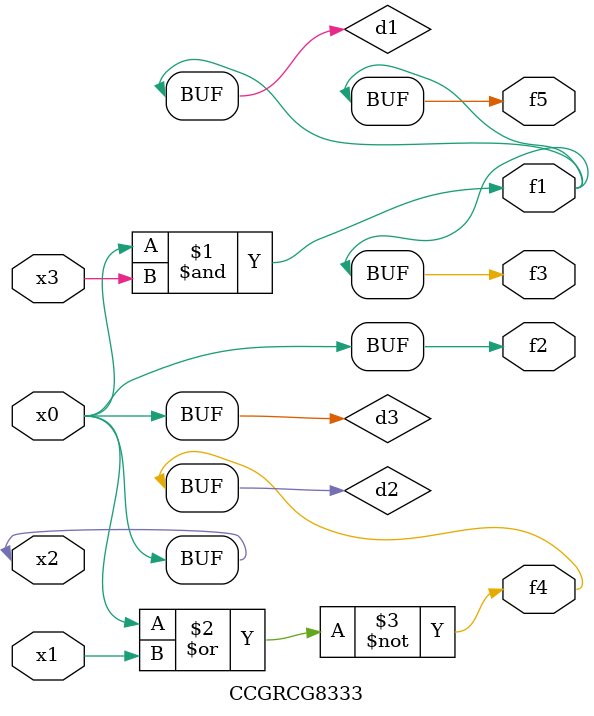
<source format=v>
module CCGRCG8333(
	input x0, x1, x2, x3,
	output f1, f2, f3, f4, f5
);

	wire d1, d2, d3;

	and (d1, x2, x3);
	nor (d2, x0, x1);
	buf (d3, x0, x2);
	assign f1 = d1;
	assign f2 = d3;
	assign f3 = d1;
	assign f4 = d2;
	assign f5 = d1;
endmodule

</source>
